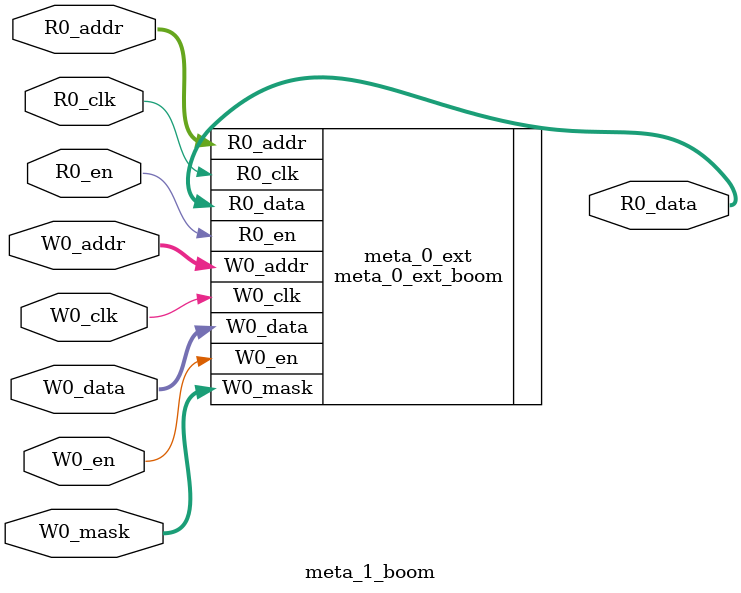
<source format=sv>
`ifndef RANDOMIZE
  `ifdef RANDOMIZE_REG_INIT
    `define RANDOMIZE
  `endif // RANDOMIZE_REG_INIT
`endif // not def RANDOMIZE
`ifndef RANDOMIZE
  `ifdef RANDOMIZE_MEM_INIT
    `define RANDOMIZE
  `endif // RANDOMIZE_MEM_INIT
`endif // not def RANDOMIZE

`ifndef RANDOM
  `define RANDOM $random
`endif // not def RANDOM

// Users can define 'PRINTF_COND' to add an extra gate to prints.
`ifndef PRINTF_COND_
  `ifdef PRINTF_COND
    `define PRINTF_COND_ (`PRINTF_COND)
  `else  // PRINTF_COND
    `define PRINTF_COND_ 1
  `endif // PRINTF_COND
`endif // not def PRINTF_COND_

// Users can define 'ASSERT_VERBOSE_COND' to add an extra gate to assert error printing.
`ifndef ASSERT_VERBOSE_COND_
  `ifdef ASSERT_VERBOSE_COND
    `define ASSERT_VERBOSE_COND_ (`ASSERT_VERBOSE_COND)
  `else  // ASSERT_VERBOSE_COND
    `define ASSERT_VERBOSE_COND_ 1
  `endif // ASSERT_VERBOSE_COND
`endif // not def ASSERT_VERBOSE_COND_

// Users can define 'STOP_COND' to add an extra gate to stop conditions.
`ifndef STOP_COND_
  `ifdef STOP_COND
    `define STOP_COND_ (`STOP_COND)
  `else  // STOP_COND
    `define STOP_COND_ 1
  `endif // STOP_COND
`endif // not def STOP_COND_

// Users can define INIT_RANDOM as general code that gets injected into the
// initializer block for modules with registers.
`ifndef INIT_RANDOM
  `define INIT_RANDOM
`endif // not def INIT_RANDOM

// If using random initialization, you can also define RANDOMIZE_DELAY to
// customize the delay used, otherwise 0.002 is used.
`ifndef RANDOMIZE_DELAY
  `define RANDOMIZE_DELAY 0.002
`endif // not def RANDOMIZE_DELAY

// Define INIT_RANDOM_PROLOG_ for use in our modules below.
`ifndef INIT_RANDOM_PROLOG_
  `ifdef RANDOMIZE
    `ifdef VERILATOR
      `define INIT_RANDOM_PROLOG_ `INIT_RANDOM
    `else  // VERILATOR
      `define INIT_RANDOM_PROLOG_ `INIT_RANDOM #`RANDOMIZE_DELAY begin end
    `endif // VERILATOR
  `else  // RANDOMIZE
    `define INIT_RANDOM_PROLOG_
  `endif // RANDOMIZE
`endif // not def INIT_RANDOM_PROLOG_

module meta_1_boom(	// @[btb.scala:65:47]
  input  [6:0]   R0_addr,
  input          R0_en,
                 R0_clk,
  input  [6:0]   W0_addr,
  input          W0_en,
                 W0_clk,
  input  [123:0] W0_data,
  input  [3:0]   W0_mask,
  output [123:0] R0_data
);

  meta_0_ext_boom meta_0_ext (	// @[btb.scala:65:47]
    .R0_addr (R0_addr),
    .R0_en   (R0_en),
    .R0_clk  (R0_clk),
    .W0_addr (W0_addr),
    .W0_en   (W0_en),
    .W0_clk  (W0_clk),
    .W0_data (W0_data),
    .W0_mask (W0_mask),
    .R0_data (R0_data)
  );
endmodule


</source>
